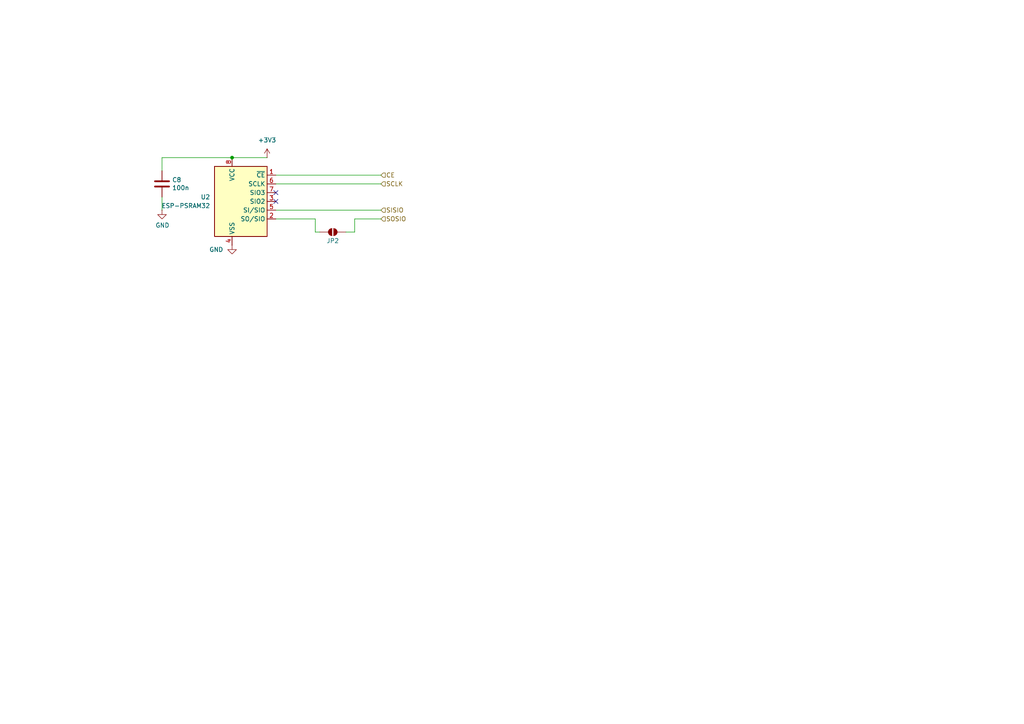
<source format=kicad_sch>
(kicad_sch (version 20250114) (generator "eeschema") (generator_version "9.0")
  (paper "A4")
  (title_block (title "TurboFRANK") (date "2025-03-19") (rev "1.04") (company "Mikhail Matveev") (comment 1 "https://github.com/xtremespb/frank"))
  (lib_symbols
    (symbol "Device:C" (pin_numbers (hide yes)) (pin_names (offset 0.254))
      (property "Reference" "C" (at 0.635 2.54 0))
      (property "Value" "C" (at 0.635 -2.54 0))
      (symbol "C_0_1"
        (polyline (pts (xy -2.032 0.762) (xy 2.032 0.762)) (stroke (width 0.508)))
        (polyline (pts (xy -2.032 -0.762) (xy 2.032 -0.762)) (stroke (width 0.508)))
      )
      (symbol "C_1_1"
        (pin passive line (at 0 3.81 270) (length 2.794) (name "~") (number "1"))
        (pin passive line (at 0 -3.81 90) (length 2.794) (name "~") (number "2"))
      )
    )
    (symbol "FRANK:ESP-PSRAM32"
      (property "Reference" "PSR1" (at -8.89 1.2701 0))
      (property "Value" "PSRAM" (at -8.89 -1.2699 0))
      (symbol "ESP-PSRAM32_0_1"
        (rectangle (start -7.62 10.16) (end 7.62 -10.16) (stroke (width 0.254)) (fill (type background)))
      )
      (symbol "ESP-PSRAM32_1_1"
        (pin power_in line (at -2.54 12.7 270) (length 2.54) (name "VCC") (number "8"))
        (pin power_in line (at -2.54 -12.7 90) (length 2.54) (name "VSS") (number "4"))
        (pin input line (at 10.16 7.62 180) (length 2.54) (name "~{CE}") (number "1"))
        (pin output line (at 10.16 5.08 180) (length 2.54) (name "SCLK") (number "6"))
        (pin bidirectional line (at 10.16 2.54 180) (length 2.54) (name "SIO3") (number "7"))
        (pin bidirectional line (at 10.16 0 180) (length 2.54) (name "SIO2") (number "3"))
        (pin input line (at 10.16 -2.54 180) (length 2.54) (name "SI/SIO") (number "5"))
        (pin output line (at 10.16 -5.08 180) (length 2.54) (name "SO/SIO") (number "2"))
      )
    )
    (symbol "GND_1" (power) (pin_numbers (hide yes)) (pin_names (offset 0) (hide yes))
      (property "Value" "GND" (at 0 -3.81 0))
      (symbol "GND_1_0_1"
        (polyline (pts (xy 0 0) (xy 0 -1.27) (xy 1.27 -1.27) (xy 0 -2.54) (xy -1.27 -1.27) (xy 0 -1.27)))
      )
      (symbol "GND_1_1_1"
        (pin power_in line (at 0 0 270) (length 0) (name "~") (number "1"))
      )
    )
    (symbol "Jumper:SolderJumper_2_Open" (pin_numbers (hide yes)) (pin_names (offset 0) (hide yes)) (exclude_from_sim yes) (in_bom no)
      (property "Reference" "JP" (at 0 2.032 0))
      (property "Value" "SolderJumper_2_Open" (at 0 -2.54 0))
      (symbol "SolderJumper_2_Open_0_1"
        (polyline (pts (xy -0.254 1.016) (xy -0.254 -1.016)))
        (arc (start -0.254 -1.016) (mid -1.2656 0) (end -0.254 1.016))
        (arc (start -0.254 -1.016) (mid -1.2656 0) (end -0.254 1.016) (fill (type outline)))
        (arc (start 0.254 1.016) (mid 1.2656 0) (end 0.254 -1.016))
        (arc (start 0.254 1.016) (mid 1.2656 0) (end 0.254 -1.016) (fill (type outline)))
        (polyline (pts (xy 0.254 1.016) (xy 0.254 -1.016)))
      )
      (symbol "SolderJumper_2_Open_1_1"
        (pin passive line (at -3.81 0 0) (length 2.54) (name "A") (number "1"))
        (pin passive line (at 3.81 0 180) (length 2.54) (name "B") (number "2"))
      )
    )
    (symbol "power:+3V3" (power) (pin_numbers (hide yes)) (pin_names (offset 0) (hide yes))
      (property "Value" "+3V3" (at 0 3.556 0))
      (symbol "+3V3_0_1"
        (polyline (pts (xy -0.762 1.27) (xy 0 2.54)))
        (polyline (pts (xy 0 2.54) (xy 0.762 1.27)))
        (polyline (pts (xy 0 0) (xy 0 2.54)))
      )
      (symbol "+3V3_1_1"
        (pin power_in line (at 0 0 90) (length 0) (name "~") (number "1"))
      )
    )
    (symbol "power:GND" (power) (pin_numbers (hide yes)) (pin_names (offset 0) (hide yes))
      (property "Value" "GND" (at 0 -3.81 0))
      (symbol "GND_0_1"
        (polyline (pts (xy 0 0) (xy 0 -1.27) (xy 1.27 -1.27) (xy 0 -2.54) (xy -1.27 -1.27) (xy 0 -1.27)))
      )
      (symbol "GND_1_1"
        (pin power_in line (at 0 0 270) (length 0) (name "~") (number "1"))
      )
    )
  )
  (junction (at 67.31 45.72))
  (no_connect (at 80.01 55.88))
  (no_connect (at 80.01 58.42))
  (wire (pts (xy 80.01 50.8) (xy 110.49 50.8)))
  (wire (pts (xy 91.44 67.31) (xy 91.44 63.5)))
  (wire (pts (xy 91.44 67.31) (xy 92.71 67.31)))
  (wire (pts (xy 46.99 45.72) (xy 46.99 49.53)))
  (wire (pts (xy 80.01 53.34) (xy 110.49 53.34)))
  (wire (pts (xy 46.99 45.72) (xy 67.31 45.72)))
  (wire (pts (xy 67.31 45.72) (xy 77.47 45.72)))
  (wire (pts (xy 46.99 57.15) (xy 46.99 60.96)))
  (wire (pts (xy 80.01 60.96) (xy 110.49 60.96)))
  (wire (pts (xy 102.87 67.31) (xy 102.87 63.5)))
  (wire (pts (xy 102.87 63.5) (xy 110.49 63.5)))
  (wire (pts (xy 100.33 67.31) (xy 102.87 67.31)))
  (wire (pts (xy 91.44 63.5) (xy 80.01 63.5)))
  (hierarchical_label "SISIO" (shape input) (at 110.49 60.96 0))
  (hierarchical_label "CE" (shape input) (at 110.49 50.8 0))
  (hierarchical_label "SCLK" (shape input) (at 110.49 53.34 0))
  (hierarchical_label "SOSIO" (shape input) (at 110.49 63.5 0))
  (symbol (lib_id "power:GND") (at 67.31 71.12 0) (unit 1)
    (property "Reference" "#PWR047" (effects (hide yes)))
    (property "Value" "GND" (at 64.77 72.39 0) (effects (justify right)))
    (property "Description" "Power symbol creates a global label with name \"GND\" , ground" (effects (hide yes)))
  )
  (symbol (lib_id "power:+3V3") (at 77.47 45.72 0) (unit 1)
    (property "Reference" "#PWR045" (effects (hide yes)))
    (property "Value" "+3V3" (at 77.47 40.64 0))
    (property "Description" "Power symbol creates a global label with name \"+3V3\"" (effects (hide yes)))
  )
  (symbol (lib_id "FRANK:ESP-PSRAM32") (at 69.85 58.42 0) (unit 1)
    (property "Reference" "U2" (at 60.96 57.1499 0) (effects (justify right)))
    (property "Value" "ESP-PSRAM32" (at 60.96 59.6899 0) (effects (justify right)))
    (property "Footprint" "FRANK:SO-8" (effects (hide yes)))
    (property "Datasheet" "https://www.espressif.com/sites/default/files/documentation/esp-psram32_datasheet_en.pdf" (effects (hide yes)))
    (property "AliExpress" "https://www.aliexpress.com/item/1005006440914173.html" (effects (hide yes)))
  )
  (symbol (lib_id "Device:C") (at 46.99 53.34 0) (unit 1)
    (property "Reference" "C8" (at 49.911 52.1716 0) (effects (justify left)))
    (property "Value" "100n" (at 49.911 54.483 0) (effects (justify left)))
    (property "Footprint" "FRANK:Capacitor (0805)" (effects (hide yes)))
    (property "Datasheet" "https://eu.mouser.com/datasheet/2/40/KGM_X7R-3223212.pdf" (effects (hide yes)))
    (property "AliExpress" "https://www.aliexpress.com/item/33008008276.html" (effects (hide yes)))
  )
  (symbol (lib_id "Jumper:SolderJumper_2_Open") (at 96.52 67.31 0) (unit 1)
    (property "Reference" "JP2" (at 96.52 69.85 0))
    (property "Value" "Jumper (Solder)" (effects (hide yes)))
    (property "Footprint" "FRANK:Jumper (solder)" (effects (hide yes)))
    (property "Description" "Solder Jumper, 2-pole, open" (effects (hide yes)))
    (property "AliExpress" "https://www.aliexpress.com/item/1005006454399822.html" (effects (hide yes)))
  )
  (symbol (lib_name "GND_1") (lib_id "power:GND") (at 46.99 60.96 0) (unit 1)
    (property "Reference" "#PWR046" (effects (hide yes)))
    (property "Value" "GND" (at 47.117 65.3542 0))
    (property "Description" "Power symbol creates a global label with name \"GND\" , ground" (effects (hide yes)))
  )
)
</source>
